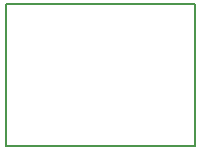
<source format=gm1>
G04*
G04 #@! TF.GenerationSoftware,Altium Limited,Altium Designer,18.1.9 (240)*
G04*
G04 Layer_Color=52428*
%FSLAX44Y44*%
%MOMM*%
G71*
G01*
G75*
%ADD11C,0.2000*%
D11*
X160000Y0D02*
Y120000D01*
X0D02*
X160000D01*
X0Y0D02*
Y120000D01*
Y0D02*
X160000D01*
M02*

</source>
